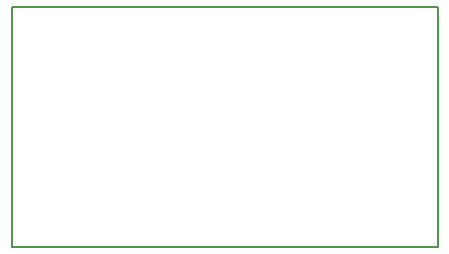
<source format=gbr>
G04 #@! TF.FileFunction,Profile,NP*
%FSLAX46Y46*%
G04 Gerber Fmt 4.6, Leading zero omitted, Abs format (unit mm)*
G04 Created by KiCad (PCBNEW 4.0.7) date 11/01/17 14:12:36*
%MOMM*%
%LPD*%
G01*
G04 APERTURE LIST*
%ADD10C,0.076200*%
%ADD11C,0.150000*%
G04 APERTURE END LIST*
D10*
D11*
X162560000Y-116840000D02*
X198628000Y-116840000D01*
X162560000Y-96520000D02*
X162560000Y-116840000D01*
X198628000Y-96520000D02*
X162560000Y-96520000D01*
X198628000Y-96520000D02*
X198628000Y-116840000D01*
M02*

</source>
